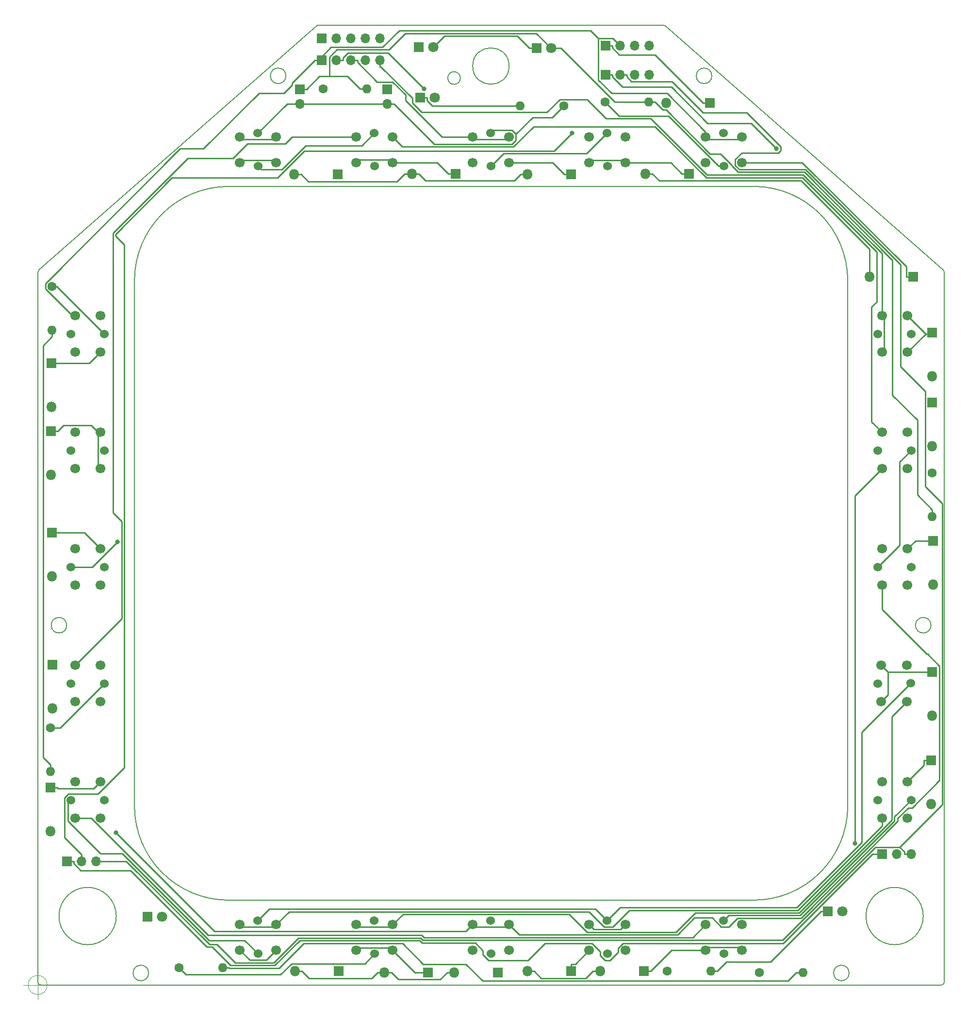
<source format=gbr>
G04 #@! TF.GenerationSoftware,KiCad,Pcbnew,(5.1.5-0-10_14)*
G04 #@! TF.CreationDate,2021-11-28T09:12:12+10:00*
G04 #@! TF.ProjectId,Buttons_DDI,42757474-6f6e-4735-9f44-44492e6b6963,rev?*
G04 #@! TF.SameCoordinates,Original*
G04 #@! TF.FileFunction,Copper,L2,Bot*
G04 #@! TF.FilePolarity,Positive*
%FSLAX46Y46*%
G04 Gerber Fmt 4.6, Leading zero omitted, Abs format (unit mm)*
G04 Created by KiCad (PCBNEW (5.1.5-0-10_14)) date 2021-11-28 09:12:12*
%MOMM*%
%LPD*%
G04 APERTURE LIST*
%ADD10C,0.200000*%
%ADD11C,0.100000*%
%ADD12C,1.524000*%
%ADD13C,1.700000*%
%ADD14O,1.800000X1.800000*%
%ADD15R,1.800000X1.800000*%
%ADD16O,1.600000X1.600000*%
%ADD17C,1.600000*%
%ADD18C,1.800000*%
%ADD19O,1.700000X1.700000*%
%ADD20R,1.700000X1.700000*%
%ADD21C,0.800000*%
%ADD22C,0.250000*%
G04 APERTURE END LIST*
D10*
X91030675Y-18376300D02*
G75*
G03X91030675Y-18376300I-1100000J0D01*
G01*
X99531375Y-16288500D02*
G75*
G03X99531375Y-16288500I-3175000J0D01*
G01*
X126464426Y-9144000D02*
X66106369Y-9176498D01*
X30987380Y-164503100D02*
G75*
G03X30987380Y-164503100I-5000000J0D01*
G01*
X60587233Y-17986375D02*
G75*
G03X60587233Y-17986375I-1352550J0D01*
G01*
X173148629Y-113792000D02*
G75*
G03X173148629Y-113792000I-1352550J0D01*
G01*
X50604140Y-161734500D02*
G75*
G02X34163000Y-145293360I0J16441140D01*
G01*
X158864300Y-174434500D02*
G75*
G03X158864300Y-174434500I-1352550J0D01*
G01*
X36626800Y-174434500D02*
G75*
G03X36626800Y-174434500I-1352550J0D01*
G01*
X158623000Y-145293360D02*
X158623000Y-53715640D01*
X142181860Y-37274500D02*
G75*
G02X158623000Y-53715640I0J-16441140D01*
G01*
X142181860Y-37274500D02*
X50604140Y-37274500D01*
X50604140Y-161734500D02*
X142181860Y-161734500D01*
X171798621Y-164503100D02*
G75*
G03X171798621Y-164503100I-5000000J0D01*
G01*
X126464426Y-9144000D02*
G75*
G02X126799582Y-9270248I0J-508000D01*
G01*
X17303750Y-52240798D02*
X17303750Y-176022000D01*
X17811750Y-176530000D02*
X174974250Y-176530000D01*
X175309406Y-51859046D02*
X126799582Y-9270248D01*
X175309406Y-51859046D02*
G75*
G02X175482250Y-52240798I-335156J-381752D01*
G01*
X158623000Y-145293360D02*
G75*
G02X142181860Y-161734500I-16441140J0D01*
G01*
X34163000Y-53715640D02*
X34163000Y-145293360D01*
X134903867Y-17986375D02*
G75*
G03X134903867Y-17986375I-1352550J0D01*
G01*
X22342471Y-113792000D02*
G75*
G03X22342471Y-113792000I-1352550J0D01*
G01*
X175482250Y-176022000D02*
X175482250Y-52240798D01*
X175482250Y-176022000D02*
G75*
G02X174974250Y-176530000I-508000J0D01*
G01*
X17303750Y-52240798D02*
G75*
G02X17476594Y-51859046I508000J0D01*
G01*
X34163000Y-53715640D02*
G75*
G02X50604140Y-37274500I16441140J0D01*
G01*
X17811750Y-176530000D02*
G75*
G02X17303750Y-176022000I0J508000D01*
G01*
X66106369Y-9176498D02*
X17476594Y-51859046D01*
D11*
X18938666Y-176530000D02*
G75*
G03X18938666Y-176530000I-1666666J0D01*
G01*
X14772000Y-176530000D02*
X19772000Y-176530000D01*
X17272000Y-174030000D02*
X17272000Y-179030000D01*
D12*
X23082000Y-123990000D03*
X28873000Y-123950000D03*
D13*
X23793000Y-127125000D03*
X23793000Y-120775000D03*
X28238000Y-127125000D03*
X28238000Y-120775000D03*
D12*
X76002000Y-27970000D03*
X76042000Y-33761000D03*
D13*
X72867000Y-28681000D03*
X79217000Y-28681000D03*
X72867000Y-33126000D03*
X79217000Y-33126000D03*
D12*
X96322000Y-27970000D03*
X96362000Y-33761000D03*
D13*
X93187000Y-28681000D03*
X99537000Y-28681000D03*
X93187000Y-33126000D03*
X99537000Y-33126000D03*
D12*
X116642000Y-27970000D03*
X116682000Y-33761000D03*
D13*
X113507000Y-28681000D03*
X119857000Y-28681000D03*
X113507000Y-33126000D03*
X119857000Y-33126000D03*
D12*
X136962000Y-27970000D03*
X137002000Y-33761000D03*
D13*
X133827000Y-28681000D03*
X140177000Y-28681000D03*
X133827000Y-33126000D03*
X140177000Y-33126000D03*
D12*
X163892000Y-63030000D03*
X169683000Y-62990000D03*
D13*
X164603000Y-66165000D03*
X164603000Y-59815000D03*
X169048000Y-66165000D03*
X169048000Y-59815000D03*
D12*
X163892000Y-83350000D03*
X169683000Y-83310000D03*
D13*
X164603000Y-86485000D03*
X164603000Y-80135000D03*
X169048000Y-86485000D03*
X169048000Y-80135000D03*
D12*
X163892000Y-103670000D03*
X169683000Y-103630000D03*
D13*
X164603000Y-106805000D03*
X164603000Y-100455000D03*
X169048000Y-106805000D03*
X169048000Y-100455000D03*
D12*
X169632000Y-123910000D03*
X163841000Y-123950000D03*
D13*
X168921000Y-120775000D03*
X168921000Y-127125000D03*
X164476000Y-120775000D03*
X164476000Y-127125000D03*
D12*
X163892000Y-144310000D03*
X169683000Y-144270000D03*
D13*
X164603000Y-147445000D03*
X164603000Y-141095000D03*
X169048000Y-147445000D03*
X169048000Y-141095000D03*
D12*
X136962000Y-165300000D03*
X137002000Y-171091000D03*
D13*
X133827000Y-166011000D03*
X140177000Y-166011000D03*
X133827000Y-170456000D03*
X140177000Y-170456000D03*
D12*
X116642000Y-165300000D03*
X116682000Y-171091000D03*
D13*
X113507000Y-166011000D03*
X119857000Y-166011000D03*
X113507000Y-170456000D03*
X119857000Y-170456000D03*
D12*
X96322000Y-165300000D03*
X96362000Y-171091000D03*
D13*
X93187000Y-166011000D03*
X99537000Y-166011000D03*
X93187000Y-170456000D03*
X99537000Y-170456000D03*
D12*
X76002000Y-165300000D03*
X76042000Y-171091000D03*
D13*
X72867000Y-166011000D03*
X79217000Y-166011000D03*
X72867000Y-170456000D03*
X79217000Y-170456000D03*
D12*
X55682000Y-165300000D03*
X55722000Y-171091000D03*
D13*
X52547000Y-166011000D03*
X58897000Y-166011000D03*
X52547000Y-170456000D03*
X58897000Y-170456000D03*
D12*
X23082000Y-144310000D03*
X28873000Y-144270000D03*
D13*
X23793000Y-147445000D03*
X23793000Y-141095000D03*
X28238000Y-147445000D03*
X28238000Y-141095000D03*
D12*
X23082000Y-103670000D03*
X28873000Y-103630000D03*
D13*
X23793000Y-106805000D03*
X23793000Y-100455000D03*
X28238000Y-106805000D03*
X28238000Y-100455000D03*
D12*
X23082000Y-83350000D03*
X28873000Y-83310000D03*
D13*
X23793000Y-86485000D03*
X23793000Y-80135000D03*
X28238000Y-86485000D03*
X28238000Y-80135000D03*
D12*
X23082000Y-63030000D03*
X28873000Y-62990000D03*
D13*
X23793000Y-66165000D03*
X23793000Y-59815000D03*
X28238000Y-66165000D03*
X28238000Y-59815000D03*
D12*
X55682000Y-27970000D03*
X55722000Y-33761000D03*
D13*
X52547000Y-28681000D03*
X58897000Y-28681000D03*
X52547000Y-33126000D03*
X58897000Y-33126000D03*
D14*
X19562000Y-87570000D03*
D15*
X19562000Y-79950000D03*
D16*
X134722000Y-174080000D03*
D17*
X127102000Y-174080000D03*
D16*
X74672000Y-20230000D03*
D17*
X67052000Y-20230000D03*
D16*
X123862000Y-22540000D03*
D17*
X116242000Y-22540000D03*
D16*
X173382000Y-94820000D03*
D17*
X173382000Y-87200000D03*
D16*
X49572000Y-173550000D03*
D17*
X41952000Y-173550000D03*
D16*
X150792000Y-174320000D03*
D17*
X143172000Y-174320000D03*
D16*
X19482000Y-139280000D03*
D17*
X19482000Y-131660000D03*
D16*
X19782000Y-62330000D03*
D17*
X19782000Y-54710000D03*
D18*
X157722000Y-163690000D03*
D15*
X155182000Y-163690000D03*
D18*
X38962000Y-164630000D03*
D15*
X36422000Y-164630000D03*
D19*
X78232000Y-22860000D03*
D20*
X78232000Y-20320000D03*
D19*
X123952000Y-12700000D03*
X121412000Y-12700000D03*
X118872000Y-12700000D03*
D20*
X116332000Y-12700000D03*
D19*
X76962000Y-11430000D03*
X74422000Y-11430000D03*
X71882000Y-11430000D03*
X69342000Y-11430000D03*
D20*
X66802000Y-11430000D03*
D14*
X126962000Y-22680000D03*
D15*
X134582000Y-22680000D03*
D19*
X62992000Y-22860000D03*
D20*
X62992000Y-20320000D03*
D19*
X76962000Y-15240000D03*
X74422000Y-15240000D03*
X71882000Y-15240000D03*
X69342000Y-15240000D03*
D20*
X66802000Y-15240000D03*
D19*
X123952000Y-17780000D03*
X121412000Y-17780000D03*
X118872000Y-17780000D03*
D20*
X116332000Y-17780000D03*
D19*
X27432000Y-154940000D03*
X24892000Y-154940000D03*
D20*
X22352000Y-154940000D03*
D19*
X169672000Y-153670000D03*
X167132000Y-153670000D03*
D20*
X164592000Y-153670000D03*
D14*
X62012000Y-35180000D03*
D15*
X69632000Y-35180000D03*
D14*
X82542000Y-35040000D03*
D15*
X90162000Y-35040000D03*
D14*
X102772000Y-35180000D03*
D15*
X110392000Y-35180000D03*
D14*
X123292000Y-35040000D03*
D15*
X130912000Y-35040000D03*
D14*
X162442000Y-52990000D03*
D15*
X170062000Y-52990000D03*
D14*
X173382000Y-70360000D03*
D15*
X173382000Y-62740000D03*
D14*
X173382000Y-82590000D03*
D15*
X173382000Y-74970000D03*
D14*
X173482000Y-106680000D03*
D15*
X173482000Y-99060000D03*
D14*
X173382000Y-129590000D03*
D15*
X173382000Y-121970000D03*
D14*
X173142000Y-144940000D03*
D15*
X173142000Y-137320000D03*
D14*
X62172000Y-174110000D03*
D15*
X69792000Y-174110000D03*
D14*
X115402000Y-174080000D03*
D15*
X123022000Y-174080000D03*
D14*
X102692000Y-174110000D03*
D15*
X110312000Y-174110000D03*
D14*
X89982000Y-174350000D03*
D15*
X97602000Y-174350000D03*
D14*
X77762000Y-174350000D03*
D15*
X85382000Y-174350000D03*
D14*
X19672000Y-75740000D03*
D15*
X19672000Y-68120000D03*
D14*
X19482000Y-149750000D03*
D15*
X19482000Y-142130000D03*
D14*
X19812000Y-128270000D03*
D15*
X19812000Y-120650000D03*
D14*
X19752000Y-105310000D03*
D15*
X19752000Y-97690000D03*
X104322000Y-13180000D03*
D18*
X106862000Y-13180000D03*
D15*
X83792000Y-12950000D03*
D18*
X86332000Y-12950000D03*
X86532000Y-21810000D03*
D15*
X83992000Y-21810000D03*
D17*
X109072000Y-23230000D03*
D16*
X101452000Y-23230000D03*
D21*
X31186600Y-99236900D03*
X110527600Y-27987000D03*
X146182100Y-30677800D03*
X159894100Y-151838600D03*
X30901000Y-149989400D03*
X84736800Y-20285800D03*
D22*
X100716400Y-28174000D02*
X100716400Y-29244600D01*
X100716400Y-29244600D02*
X100039000Y-29922000D01*
X100039000Y-29922000D02*
X86469300Y-29922000D01*
X86469300Y-29922000D02*
X79407300Y-22860000D01*
X96322000Y-27970000D02*
X96830900Y-27461100D01*
X96830900Y-27461100D02*
X100003500Y-27461100D01*
X100003500Y-27461100D02*
X100716400Y-28174000D01*
X100716400Y-28174000D02*
X103634400Y-25256000D01*
X103634400Y-25256000D02*
X107046000Y-25256000D01*
X107046000Y-25256000D02*
X109072000Y-23230000D01*
X78232000Y-22860000D02*
X79407300Y-22860000D01*
X31186600Y-99236900D02*
X26753500Y-103670000D01*
X26753500Y-103670000D02*
X23082000Y-103670000D01*
X116642000Y-165300000D02*
X118927500Y-163014500D01*
X118927500Y-163014500D02*
X149758700Y-163014500D01*
X149758700Y-163014500D02*
X161084400Y-151688800D01*
X161084400Y-151688800D02*
X161084400Y-132457600D01*
X161084400Y-132457600D02*
X169632000Y-123910000D01*
X77056700Y-22860000D02*
X64167300Y-22860000D01*
X62992000Y-22860000D02*
X64167300Y-22860000D01*
X78232000Y-22860000D02*
X77056700Y-22860000D01*
X55682000Y-27970000D02*
X60792000Y-22860000D01*
X60792000Y-22860000D02*
X62992000Y-22860000D01*
X116642000Y-165300000D02*
X114626700Y-163284700D01*
X114626700Y-163284700D02*
X57697300Y-163284700D01*
X57697300Y-163284700D02*
X55682000Y-165300000D01*
X163892000Y-103670000D02*
X167683400Y-99878600D01*
X167683400Y-99878600D02*
X167683400Y-85309600D01*
X167683400Y-85309600D02*
X169683000Y-83310000D01*
X96362000Y-33761000D02*
X98572600Y-31550400D01*
X98572600Y-31550400D02*
X113061600Y-31550400D01*
X113061600Y-31550400D02*
X116642000Y-27970000D01*
X76002000Y-27970000D02*
X73831800Y-30140200D01*
X73831800Y-30140200D02*
X64044900Y-30140200D01*
X64044900Y-30140200D02*
X59883700Y-34301400D01*
X59883700Y-34301400D02*
X56262400Y-34301400D01*
X56262400Y-34301400D02*
X55722000Y-33761000D01*
X19782000Y-54710000D02*
X20593000Y-54710000D01*
X20593000Y-54710000D02*
X28873000Y-62990000D01*
X19482000Y-131660000D02*
X21163000Y-131660000D01*
X21163000Y-131660000D02*
X28873000Y-123950000D01*
X41952000Y-173550000D02*
X43093400Y-174691400D01*
X43093400Y-174691400D02*
X59670600Y-174691400D01*
X59670600Y-174691400D02*
X61562400Y-172799600D01*
X61562400Y-172799600D02*
X74333400Y-172799600D01*
X74333400Y-172799600D02*
X76042000Y-171091000D01*
X116242000Y-22540000D02*
X118695800Y-24993800D01*
X118695800Y-24993800D02*
X127357100Y-24993800D01*
X127357100Y-24993800D02*
X136124300Y-33761000D01*
X136124300Y-33761000D02*
X137002000Y-33761000D01*
X27772200Y-80135000D02*
X28238000Y-80135000D01*
X20787300Y-79950000D02*
X21794600Y-78942700D01*
X21794600Y-78942700D02*
X26579900Y-78942700D01*
X26579900Y-78942700D02*
X27772200Y-80135000D01*
X27772200Y-80135000D02*
X27772200Y-86019200D01*
X27772200Y-86019200D02*
X28238000Y-86485000D01*
X19562000Y-79950000D02*
X20787300Y-79950000D01*
X19752000Y-97690000D02*
X25473000Y-97690000D01*
X25473000Y-97690000D02*
X28238000Y-100455000D01*
X28238000Y-141095000D02*
X27040100Y-142292900D01*
X27040100Y-142292900D02*
X20870200Y-142292900D01*
X20870200Y-142292900D02*
X20707300Y-142130000D01*
X19482000Y-142130000D02*
X20707300Y-142130000D01*
X19672000Y-68120000D02*
X26283000Y-68120000D01*
X26283000Y-68120000D02*
X28238000Y-66165000D01*
X79217000Y-170456000D02*
X78764600Y-170003600D01*
X78764600Y-170003600D02*
X73319400Y-170003600D01*
X73319400Y-170003600D02*
X72867000Y-170456000D01*
X85382000Y-174350000D02*
X83111000Y-174350000D01*
X83111000Y-174350000D02*
X79217000Y-170456000D01*
X110312000Y-174110000D02*
X110312000Y-172884700D01*
X110312000Y-172884700D02*
X111078300Y-172884700D01*
X111078300Y-172884700D02*
X113507000Y-170456000D01*
X133827000Y-170456000D02*
X134300600Y-169982400D01*
X134300600Y-169982400D02*
X139703400Y-169982400D01*
X139703400Y-169982400D02*
X140177000Y-170456000D01*
X124247300Y-174080000D02*
X127871300Y-170456000D01*
X127871300Y-170456000D02*
X133827000Y-170456000D01*
X123022000Y-174080000D02*
X124247300Y-174080000D01*
X58897000Y-170456000D02*
X57165900Y-172187100D01*
X57165900Y-172187100D02*
X54278100Y-172187100D01*
X54278100Y-172187100D02*
X52547000Y-170456000D01*
X173142000Y-137320000D02*
X171916700Y-137320000D01*
X171916700Y-137320000D02*
X171916700Y-138226300D01*
X171916700Y-138226300D02*
X169048000Y-141095000D01*
X165671000Y-121970000D02*
X164476000Y-120775000D01*
X173382000Y-121970000D02*
X165671000Y-121970000D01*
X165671000Y-121970000D02*
X165671000Y-125930000D01*
X165671000Y-125930000D02*
X164476000Y-127125000D01*
X173482000Y-99060000D02*
X170443000Y-99060000D01*
X170443000Y-99060000D02*
X169048000Y-100455000D01*
X172223000Y-62990000D02*
X169048000Y-59815000D01*
X172769400Y-62740000D02*
X172519400Y-62990000D01*
X172519400Y-62990000D02*
X172223000Y-62990000D01*
X169048000Y-66165000D02*
X172223000Y-62990000D01*
X173382000Y-62740000D02*
X172769400Y-62740000D01*
X168836700Y-52990000D02*
X168836700Y-51269000D01*
X168836700Y-51269000D02*
X150693700Y-33126000D01*
X150693700Y-33126000D02*
X140177000Y-33126000D01*
X170062000Y-52990000D02*
X168836700Y-52990000D01*
X119857000Y-33126000D02*
X119401400Y-32670400D01*
X119401400Y-32670400D02*
X113962600Y-32670400D01*
X113962600Y-32670400D02*
X113507000Y-33126000D01*
X129686700Y-35040000D02*
X127772700Y-33126000D01*
X127772700Y-33126000D02*
X119857000Y-33126000D01*
X130912000Y-35040000D02*
X129686700Y-35040000D01*
X99537000Y-33126000D02*
X107112700Y-33126000D01*
X107112700Y-33126000D02*
X109166700Y-35180000D01*
X110392000Y-35180000D02*
X109166700Y-35180000D01*
X79217000Y-33126000D02*
X78718600Y-32627600D01*
X78718600Y-32627600D02*
X73365400Y-32627600D01*
X73365400Y-32627600D02*
X72867000Y-33126000D01*
X88936700Y-35040000D02*
X87022700Y-33126000D01*
X87022700Y-33126000D02*
X79217000Y-33126000D01*
X90162000Y-35040000D02*
X88936700Y-35040000D01*
X58897000Y-33126000D02*
X58444700Y-32673700D01*
X58444700Y-32673700D02*
X52999300Y-32673700D01*
X52999300Y-32673700D02*
X52547000Y-33126000D01*
X110527600Y-27987000D02*
X107414600Y-31100000D01*
X107414600Y-31100000D02*
X63815200Y-31100000D01*
X63815200Y-31100000D02*
X59127700Y-35787500D01*
X59127700Y-35787500D02*
X40679100Y-35787500D01*
X40679100Y-35787500D02*
X30844600Y-45622000D01*
X30844600Y-45622000D02*
X30844600Y-45903800D01*
X30844600Y-45903800D02*
X32410200Y-47469400D01*
X32410200Y-47469400D02*
X32410200Y-138609100D01*
X32410200Y-138609100D02*
X27836700Y-143182600D01*
X27836700Y-143182600D02*
X22639000Y-143182600D01*
X22639000Y-143182600D02*
X21951900Y-143869700D01*
X21951900Y-143869700D02*
X21951900Y-150824600D01*
X21951900Y-150824600D02*
X24892000Y-153764700D01*
X24892000Y-154940000D02*
X24892000Y-153764700D01*
X167682400Y-152488400D02*
X163469300Y-152488400D01*
X163469300Y-152488400D02*
X147268500Y-168689200D01*
X147268500Y-168689200D02*
X84471700Y-168689200D01*
X84471700Y-168689200D02*
X84108100Y-168325600D01*
X84108100Y-168325600D02*
X62797400Y-168325600D01*
X62797400Y-168325600D02*
X58445700Y-172677300D01*
X58445700Y-172677300D02*
X51735300Y-172677300D01*
X51735300Y-172677300D02*
X48517800Y-169459800D01*
X48517800Y-169459800D02*
X47256400Y-169459800D01*
X47256400Y-169459800D02*
X32736600Y-154940000D01*
X32736600Y-154940000D02*
X27432000Y-154940000D01*
X167682400Y-152488400D02*
X175146600Y-145024200D01*
X175146600Y-145024200D02*
X175146600Y-92591400D01*
X175146600Y-92591400D02*
X172156600Y-89601400D01*
X172156600Y-89601400D02*
X172156600Y-72993300D01*
X172156600Y-72993300D02*
X167872600Y-68709300D01*
X167872600Y-68709300D02*
X167872600Y-50941800D01*
X167872600Y-50941800D02*
X151247800Y-34317000D01*
X151247800Y-34317000D02*
X139705800Y-34317000D01*
X139705800Y-34317000D02*
X139001600Y-33612800D01*
X139001600Y-33612800D02*
X139001600Y-32557000D01*
X139001600Y-32557000D02*
X140155400Y-31403200D01*
X140155400Y-31403200D02*
X146500000Y-31403200D01*
X146500000Y-31403200D02*
X146911800Y-30991400D01*
X146911800Y-30991400D02*
X146911800Y-30305300D01*
X146911800Y-30305300D02*
X140983100Y-24376600D01*
X140983100Y-24376600D02*
X133356600Y-24376600D01*
X133356600Y-24376600D02*
X127935300Y-18955300D01*
X127935300Y-18955300D02*
X120855200Y-18955300D01*
X120855200Y-18955300D02*
X120047300Y-18147400D01*
X120047300Y-18147400D02*
X120047300Y-17780000D01*
X168496700Y-153670000D02*
X168496700Y-153302700D01*
X168496700Y-153302700D02*
X167682400Y-152488400D01*
X118872000Y-17780000D02*
X120047300Y-17780000D01*
X169672000Y-153670000D02*
X168496700Y-153670000D01*
X164592000Y-153670000D02*
X162924600Y-153670000D01*
X162924600Y-153670000D02*
X147346800Y-169247800D01*
X147346800Y-169247800D02*
X119385900Y-169247800D01*
X119385900Y-169247800D02*
X118524900Y-170108800D01*
X118524900Y-170108800D02*
X118524900Y-170787100D01*
X118524900Y-170787100D02*
X117107700Y-172204300D01*
X117107700Y-172204300D02*
X116249500Y-172204300D01*
X116249500Y-172204300D02*
X115474300Y-171429100D01*
X115474300Y-171429100D02*
X115474300Y-170747400D01*
X115474300Y-170747400D02*
X113983600Y-169256700D01*
X113983600Y-169256700D02*
X105812300Y-169256700D01*
X105812300Y-169256700D02*
X102859400Y-172209600D01*
X102859400Y-172209600D02*
X95929900Y-172209600D01*
X95929900Y-172209600D02*
X94983500Y-171263200D01*
X94983500Y-171263200D02*
X94983500Y-170519500D01*
X94983500Y-170519500D02*
X93690300Y-169226300D01*
X93690300Y-169226300D02*
X84371900Y-169226300D01*
X84371900Y-169226300D02*
X83921500Y-168775900D01*
X83921500Y-168775900D02*
X62984100Y-168775900D01*
X62984100Y-168775900D02*
X58632300Y-173127700D01*
X58632300Y-173127700D02*
X50924300Y-173127700D01*
X50924300Y-173127700D02*
X47706800Y-169910200D01*
X47706800Y-169910200D02*
X46806500Y-169910200D01*
X46806500Y-169910200D02*
X33461900Y-156565600D01*
X33461900Y-156565600D02*
X24785500Y-156565600D01*
X24785500Y-156565600D02*
X23527300Y-155307400D01*
X23527300Y-155307400D02*
X23527300Y-154940000D01*
X117507300Y-17780000D02*
X117507300Y-18147300D01*
X117507300Y-18147300D02*
X119301600Y-19941600D01*
X119301600Y-19941600D02*
X127868700Y-19941600D01*
X127868700Y-19941600D02*
X134175700Y-26248600D01*
X134175700Y-26248600D02*
X141752900Y-26248600D01*
X141752900Y-26248600D02*
X146182100Y-30677800D01*
X116332000Y-17780000D02*
X117507300Y-17780000D01*
X22352000Y-154940000D02*
X23527300Y-154940000D01*
X23082000Y-144310000D02*
X22591000Y-144801000D01*
X22591000Y-144801000D02*
X22591000Y-147949500D01*
X22591000Y-147949500D02*
X28257200Y-153615700D01*
X28257200Y-153615700D02*
X32049200Y-153615700D01*
X32049200Y-153615700D02*
X47187700Y-168754200D01*
X47187700Y-168754200D02*
X53385200Y-168754200D01*
X53385200Y-168754200D02*
X55722000Y-171091000D01*
X136962000Y-165300000D02*
X137876600Y-164385400D01*
X137876600Y-164385400D02*
X150298500Y-164385400D01*
X150298500Y-164385400D02*
X166732900Y-147951000D01*
X166732900Y-147951000D02*
X166732900Y-147220100D01*
X166732900Y-147220100D02*
X169683000Y-144270000D01*
X124517300Y-35040000D02*
X125742600Y-36265300D01*
X125742600Y-36265300D02*
X150522500Y-36265300D01*
X150522500Y-36265300D02*
X162442000Y-48184800D01*
X162442000Y-48184800D02*
X162442000Y-52990000D01*
X123292000Y-35040000D02*
X124517300Y-35040000D01*
X62012000Y-35180000D02*
X63237300Y-35180000D01*
X82542000Y-35040000D02*
X81316700Y-35040000D01*
X81316700Y-35040000D02*
X79951400Y-36405300D01*
X79951400Y-36405300D02*
X64462600Y-36405300D01*
X64462600Y-36405300D02*
X63237300Y-35180000D01*
X83154700Y-35040000D02*
X82542000Y-35040000D01*
X83154700Y-35040000D02*
X83767300Y-35040000D01*
X102772000Y-35180000D02*
X101546700Y-35180000D01*
X101546700Y-35180000D02*
X100461400Y-36265300D01*
X100461400Y-36265300D02*
X84992600Y-36265300D01*
X84992600Y-36265300D02*
X83767300Y-35040000D01*
X77762000Y-174350000D02*
X76536700Y-174350000D01*
X62172000Y-174110000D02*
X63397300Y-174110000D01*
X63397300Y-174110000D02*
X64622600Y-175335300D01*
X64622600Y-175335300D02*
X75551400Y-175335300D01*
X75551400Y-175335300D02*
X76536700Y-174350000D01*
X115402000Y-174080000D02*
X114176700Y-174080000D01*
X102692000Y-174110000D02*
X103917300Y-174110000D01*
X103917300Y-174110000D02*
X105142700Y-175335400D01*
X105142700Y-175335400D02*
X112921300Y-175335400D01*
X112921300Y-175335400D02*
X114176700Y-174080000D01*
X89982000Y-174350000D02*
X88756700Y-174350000D01*
X77762000Y-174350000D02*
X78987300Y-174350000D01*
X78987300Y-174350000D02*
X80212600Y-175575300D01*
X80212600Y-175575300D02*
X87531400Y-175575300D01*
X87531400Y-175575300D02*
X88756700Y-174350000D01*
X133827000Y-166011000D02*
X131599200Y-168238800D01*
X131599200Y-168238800D02*
X84658200Y-168238800D01*
X84658200Y-168238800D02*
X84294700Y-167875300D01*
X84294700Y-167875300D02*
X47006100Y-167875300D01*
X47006100Y-167875300D02*
X26575800Y-147445000D01*
X26575800Y-147445000D02*
X23793000Y-147445000D01*
X164603000Y-59815000D02*
X164603000Y-48995000D01*
X164603000Y-48995000D02*
X150865100Y-35257100D01*
X150865100Y-35257100D02*
X134071000Y-35257100D01*
X134071000Y-35257100D02*
X124258100Y-25444200D01*
X124258100Y-25444200D02*
X116472700Y-25444200D01*
X116472700Y-25444200D02*
X113121600Y-22093100D01*
X113121600Y-22093100D02*
X108408700Y-22093100D01*
X108408700Y-22093100D02*
X106145200Y-24356600D01*
X106145200Y-24356600D02*
X84261300Y-24356600D01*
X84261300Y-24356600D02*
X82656500Y-22751800D01*
X82656500Y-22751800D02*
X82656500Y-21867800D01*
X82656500Y-21867800D02*
X77204000Y-16415300D01*
X77204000Y-16415300D02*
X76962000Y-16415300D01*
X76962000Y-15240000D02*
X76962000Y-16415300D01*
X58897000Y-28681000D02*
X58508800Y-29069200D01*
X58508800Y-29069200D02*
X52935200Y-29069200D01*
X52935200Y-29069200D02*
X52547000Y-28681000D01*
X164603000Y-59815000D02*
X164986900Y-60198900D01*
X164986900Y-60198900D02*
X164986900Y-65781100D01*
X164986900Y-65781100D02*
X164603000Y-66165000D01*
X79217000Y-28681000D02*
X80908300Y-30372300D01*
X80908300Y-30372300D02*
X100291000Y-30372300D01*
X100291000Y-30372300D02*
X103806900Y-26856400D01*
X103806900Y-26856400D02*
X125033400Y-26856400D01*
X125033400Y-26856400D02*
X133974600Y-35797600D01*
X133974600Y-35797600D02*
X150768700Y-35797600D01*
X150768700Y-35797600D02*
X163709200Y-48738100D01*
X163709200Y-48738100D02*
X163709200Y-57405200D01*
X163709200Y-57405200D02*
X162800900Y-58313500D01*
X162800900Y-58313500D02*
X162800900Y-78332900D01*
X162800900Y-78332900D02*
X164603000Y-80135000D01*
X164603000Y-86485000D02*
X159894100Y-91193900D01*
X159894100Y-91193900D02*
X159894100Y-151838600D01*
X72867000Y-28681000D02*
X61679800Y-28681000D01*
X61679800Y-28681000D02*
X60504400Y-29856400D01*
X60504400Y-29856400D02*
X53911000Y-29856400D01*
X53911000Y-29856400D02*
X51371600Y-32395800D01*
X51371600Y-32395800D02*
X43433900Y-32395800D01*
X43433900Y-32395800D02*
X30394200Y-45435500D01*
X30394200Y-45435500D02*
X30394200Y-94181100D01*
X30394200Y-94181100D02*
X31923400Y-95710300D01*
X31923400Y-95710300D02*
X31923400Y-112644600D01*
X31923400Y-112644600D02*
X23793000Y-120775000D01*
X113507000Y-166011000D02*
X114340700Y-166844700D01*
X114340700Y-166844700D02*
X119023300Y-166844700D01*
X119023300Y-166844700D02*
X119857000Y-166011000D01*
X71882000Y-15240000D02*
X73057300Y-15240000D01*
X73057300Y-15240000D02*
X73057300Y-15607300D01*
X73057300Y-15607300D02*
X76512800Y-19062800D01*
X76512800Y-19062800D02*
X79193000Y-19062800D01*
X79193000Y-19062800D02*
X81447100Y-21316900D01*
X81447100Y-21316900D02*
X81447100Y-22265000D01*
X81447100Y-22265000D02*
X87863100Y-28681000D01*
X87863100Y-28681000D02*
X93187000Y-28681000D01*
X93187000Y-166011000D02*
X92006100Y-167191900D01*
X92006100Y-167191900D02*
X48103500Y-167191900D01*
X48103500Y-167191900D02*
X30901000Y-149989400D01*
X99537000Y-166011000D02*
X99153600Y-166394400D01*
X99153600Y-166394400D02*
X93570400Y-166394400D01*
X93570400Y-166394400D02*
X93187000Y-166011000D01*
X164603000Y-106805000D02*
X164603000Y-111029900D01*
X164603000Y-111029900D02*
X172414100Y-118841000D01*
X172414100Y-118841000D02*
X172551300Y-118841000D01*
X172551300Y-118841000D02*
X174648000Y-120937700D01*
X174648000Y-120937700D02*
X174648000Y-140842900D01*
X174648000Y-140842900D02*
X169860000Y-145630900D01*
X169860000Y-145630900D02*
X169153600Y-145630900D01*
X169153600Y-145630900D02*
X167342500Y-147442000D01*
X167342500Y-147442000D02*
X167342500Y-147978300D01*
X167342500Y-147978300D02*
X150485100Y-164835700D01*
X150485100Y-164835700D02*
X139430800Y-164835700D01*
X139430800Y-164835700D02*
X137878800Y-166387700D01*
X137878800Y-166387700D02*
X136506600Y-166387700D01*
X136506600Y-166387700D02*
X134949800Y-164830900D01*
X134949800Y-164830900D02*
X131890400Y-164830900D01*
X131890400Y-164830900D02*
X128937000Y-167784300D01*
X128937000Y-167784300D02*
X101310300Y-167784300D01*
X101310300Y-167784300D02*
X99537000Y-166011000D01*
X99537000Y-28681000D02*
X99155900Y-29062100D01*
X99155900Y-29062100D02*
X93568100Y-29062100D01*
X93568100Y-29062100D02*
X93187000Y-28681000D01*
X72867000Y-166011000D02*
X73255200Y-166399200D01*
X73255200Y-166399200D02*
X78828800Y-166399200D01*
X78828800Y-166399200D02*
X79217000Y-166011000D01*
X70517300Y-15240000D02*
X70517300Y-14872700D01*
X70517300Y-14872700D02*
X71376200Y-14013800D01*
X71376200Y-14013800D02*
X78464800Y-14013800D01*
X78464800Y-14013800D02*
X84736800Y-20285800D01*
X69342000Y-15240000D02*
X70517300Y-15240000D01*
X79217000Y-166011000D02*
X81042600Y-164185400D01*
X81042600Y-164185400D02*
X110015100Y-164185400D01*
X110015100Y-164185400D02*
X113128800Y-167299100D01*
X113128800Y-167299100D02*
X128622700Y-167299100D01*
X128622700Y-167299100D02*
X131986700Y-163935100D01*
X131986700Y-163935100D02*
X150111900Y-163935100D01*
X150111900Y-163935100D02*
X166282600Y-147764400D01*
X166282600Y-147764400D02*
X166282600Y-129763400D01*
X166282600Y-129763400D02*
X168921000Y-127125000D01*
X115109400Y-11475600D02*
X113721800Y-10088000D01*
X113721800Y-10088000D02*
X80361800Y-10088000D01*
X80361800Y-10088000D02*
X77458300Y-12991500D01*
X77458300Y-12991500D02*
X68462900Y-12991500D01*
X68462900Y-12991500D02*
X66214400Y-15240000D01*
X115109400Y-11475600D02*
X115109400Y-18734400D01*
X115109400Y-18734400D02*
X117434600Y-21059600D01*
X117434600Y-21059600D02*
X127074800Y-21059600D01*
X127074800Y-21059600D02*
X133827000Y-27811800D01*
X133827000Y-27811800D02*
X133827000Y-28681000D01*
X115109400Y-11475600D02*
X117647600Y-11475600D01*
X117647600Y-11475600D02*
X118872000Y-12700000D01*
X66214400Y-15240000D02*
X65626700Y-15240000D01*
X66802000Y-15240000D02*
X66214400Y-15240000D01*
X58897000Y-166011000D02*
X61173000Y-163735000D01*
X61173000Y-163735000D02*
X113459600Y-163735000D01*
X113459600Y-163735000D02*
X116119000Y-166394400D01*
X116119000Y-166394400D02*
X117599500Y-166394400D01*
X117599500Y-166394400D02*
X120509100Y-163484800D01*
X120509100Y-163484800D02*
X149925300Y-163484800D01*
X149925300Y-163484800D02*
X164603000Y-148807100D01*
X164603000Y-148807100D02*
X164603000Y-147445000D01*
X140177000Y-28681000D02*
X139792200Y-29065800D01*
X139792200Y-29065800D02*
X134211800Y-29065800D01*
X134211800Y-29065800D02*
X133827000Y-28681000D01*
X58897000Y-166011000D02*
X58520600Y-166387400D01*
X58520600Y-166387400D02*
X52923400Y-166387400D01*
X52923400Y-166387400D02*
X52547000Y-166011000D01*
X65626700Y-15240000D02*
X61629500Y-19237200D01*
X61629500Y-19237200D02*
X61629500Y-19606000D01*
X61629500Y-19606000D02*
X60231100Y-21004400D01*
X60231100Y-21004400D02*
X55906100Y-21004400D01*
X55906100Y-21004400D02*
X46199700Y-30710800D01*
X46199700Y-30710800D02*
X42137900Y-30710800D01*
X42137900Y-30710800D02*
X18626300Y-54222400D01*
X18626300Y-54222400D02*
X18626300Y-55155900D01*
X18626300Y-55155900D02*
X23285400Y-59815000D01*
X23285400Y-59815000D02*
X23793000Y-59815000D01*
X49572000Y-173550000D02*
X50697300Y-173550000D01*
X150792000Y-174320000D02*
X149666700Y-174320000D01*
X149666700Y-174320000D02*
X148199500Y-175787200D01*
X148199500Y-175787200D02*
X94910800Y-175787200D01*
X94910800Y-175787200D02*
X92011600Y-172888000D01*
X92011600Y-172888000D02*
X84558600Y-172888000D01*
X84558600Y-172888000D02*
X80949300Y-169278700D01*
X80949300Y-169278700D02*
X63689200Y-169278700D01*
X63689200Y-169278700D02*
X59353100Y-173614800D01*
X59353100Y-173614800D02*
X50762100Y-173614800D01*
X50762100Y-173614800D02*
X50697300Y-173550000D01*
X68165000Y-18036800D02*
X71353500Y-18036800D01*
X71353500Y-18036800D02*
X73546700Y-20230000D01*
X64167300Y-20320000D02*
X66450500Y-18036800D01*
X66450500Y-18036800D02*
X68165000Y-18036800D01*
X68165000Y-18036800D02*
X68165000Y-14753300D01*
X68165000Y-14753300D02*
X69476400Y-13441900D01*
X69476400Y-13441900D02*
X78579900Y-13441900D01*
X78579900Y-13441900D02*
X81429200Y-10592600D01*
X81429200Y-10592600D02*
X104274600Y-10592600D01*
X104274600Y-10592600D02*
X106862000Y-13180000D01*
X74672000Y-20230000D02*
X73546700Y-20230000D01*
X106862000Y-13180000D02*
X108582700Y-13180000D01*
X108582700Y-13180000D02*
X117942700Y-22540000D01*
X117942700Y-22540000D02*
X123862000Y-22540000D01*
X62992000Y-20320000D02*
X64167300Y-20320000D01*
X173382000Y-94820000D02*
X173382000Y-93694700D01*
X123862000Y-22540000D02*
X124987300Y-22540000D01*
X124987300Y-22540000D02*
X126352600Y-23905300D01*
X126352600Y-23905300D02*
X126922000Y-23905300D01*
X126922000Y-23905300D02*
X134594900Y-31578200D01*
X134594900Y-31578200D02*
X136404000Y-31578200D01*
X136404000Y-31578200D02*
X138385800Y-33560000D01*
X138385800Y-33560000D02*
X138385800Y-33635600D01*
X138385800Y-33635600D02*
X139517600Y-34767400D01*
X139517600Y-34767400D02*
X151061300Y-34767400D01*
X151061300Y-34767400D02*
X166403700Y-50109800D01*
X166403700Y-50109800D02*
X166403700Y-73662000D01*
X166403700Y-73662000D02*
X170770400Y-78028700D01*
X170770400Y-78028700D02*
X170770400Y-91083100D01*
X170770400Y-91083100D02*
X173382000Y-93694700D01*
X19782000Y-63455300D02*
X18193000Y-65044300D01*
X18193000Y-65044300D02*
X18193000Y-136865700D01*
X18193000Y-136865700D02*
X19482000Y-138154700D01*
X19482000Y-139280000D02*
X19482000Y-138154700D01*
X19782000Y-62330000D02*
X19782000Y-63455300D01*
X117507300Y-12700000D02*
X117507300Y-13067400D01*
X117507300Y-13067400D02*
X118765500Y-14325600D01*
X118765500Y-14325600D02*
X125002300Y-14325600D01*
X125002300Y-14325600D02*
X133356700Y-22680000D01*
X134582000Y-22680000D02*
X133356700Y-22680000D01*
X116332000Y-12700000D02*
X117507300Y-12700000D01*
X153956700Y-163690000D02*
X145142300Y-172504400D01*
X145142300Y-172504400D02*
X137422900Y-172504400D01*
X137422900Y-172504400D02*
X135847300Y-174080000D01*
X134722000Y-174080000D02*
X135847300Y-174080000D01*
X155182000Y-163690000D02*
X153956700Y-163690000D01*
X86332000Y-12950000D02*
X88236100Y-11045900D01*
X88236100Y-11045900D02*
X100962600Y-11045900D01*
X100962600Y-11045900D02*
X103096700Y-13180000D01*
X104322000Y-13180000D02*
X103096700Y-13180000D01*
X83992000Y-21810000D02*
X85217300Y-21810000D01*
X101452000Y-23230000D02*
X86177800Y-23230000D01*
X86177800Y-23230000D02*
X85217300Y-22269500D01*
X85217300Y-22269500D02*
X85217300Y-21810000D01*
M02*

</source>
